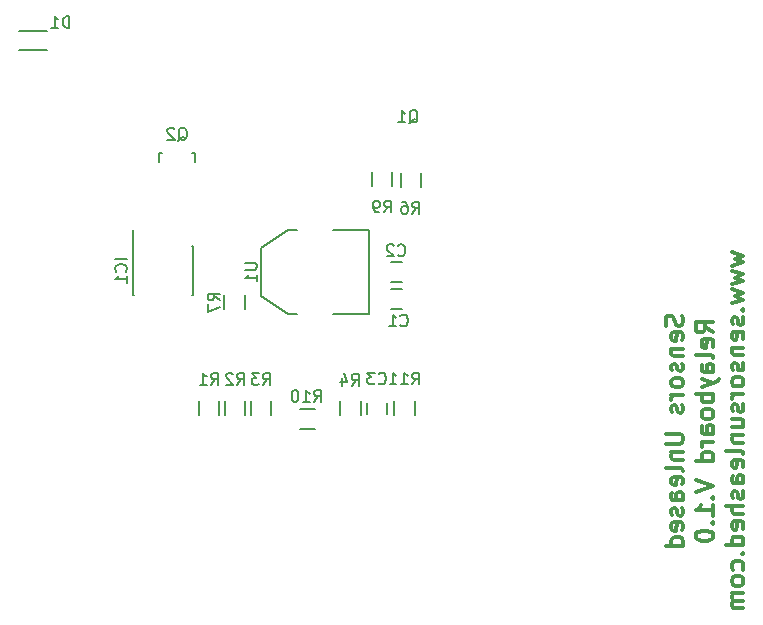
<source format=gbr>
G04 #@! TF.GenerationSoftware,KiCad,Pcbnew,no-vcs-found-7664~57~ubuntu16.10.1*
G04 #@! TF.CreationDate,2017-02-19T10:59:36+01:00*
G04 #@! TF.ProjectId,relayboard,72656C6179626F6172642E6B69636164,rev?*
G04 #@! TF.FileFunction,Legend,Bot*
G04 #@! TF.FilePolarity,Positive*
%FSLAX46Y46*%
G04 Gerber Fmt 4.6, Leading zero omitted, Abs format (unit mm)*
G04 Created by KiCad (PCBNEW no-vcs-found-7664~57~ubuntu16.10.1) date Sun Feb 19 10:59:36 2017*
%MOMM*%
%LPD*%
G01*
G04 APERTURE LIST*
%ADD10C,0.100000*%
%ADD11C,0.300000*%
%ADD12C,0.150000*%
G04 APERTURE END LIST*
D10*
D11*
X158854382Y-88375125D02*
X158925811Y-88589411D01*
X158925811Y-88946554D01*
X158854382Y-89089411D01*
X158782954Y-89160840D01*
X158640097Y-89232268D01*
X158497240Y-89232268D01*
X158354382Y-89160840D01*
X158282954Y-89089411D01*
X158211525Y-88946554D01*
X158140097Y-88660840D01*
X158068668Y-88517982D01*
X157997240Y-88446554D01*
X157854382Y-88375125D01*
X157711525Y-88375125D01*
X157568668Y-88446554D01*
X157497240Y-88517982D01*
X157425811Y-88660840D01*
X157425811Y-89017982D01*
X157497240Y-89232268D01*
X158854382Y-90446554D02*
X158925811Y-90303697D01*
X158925811Y-90017982D01*
X158854382Y-89875125D01*
X158711525Y-89803697D01*
X158140097Y-89803697D01*
X157997240Y-89875125D01*
X157925811Y-90017982D01*
X157925811Y-90303697D01*
X157997240Y-90446554D01*
X158140097Y-90517982D01*
X158282954Y-90517982D01*
X158425811Y-89803697D01*
X157925811Y-91160840D02*
X158925811Y-91160840D01*
X158068668Y-91160840D02*
X157997240Y-91232268D01*
X157925811Y-91375125D01*
X157925811Y-91589411D01*
X157997240Y-91732268D01*
X158140097Y-91803697D01*
X158925811Y-91803697D01*
X158854382Y-92446554D02*
X158925811Y-92589411D01*
X158925811Y-92875125D01*
X158854382Y-93017982D01*
X158711525Y-93089411D01*
X158640097Y-93089411D01*
X158497240Y-93017982D01*
X158425811Y-92875125D01*
X158425811Y-92660840D01*
X158354382Y-92517982D01*
X158211525Y-92446554D01*
X158140097Y-92446554D01*
X157997240Y-92517982D01*
X157925811Y-92660840D01*
X157925811Y-92875125D01*
X157997240Y-93017982D01*
X158925811Y-93946554D02*
X158854382Y-93803697D01*
X158782954Y-93732268D01*
X158640097Y-93660840D01*
X158211525Y-93660840D01*
X158068668Y-93732268D01*
X157997240Y-93803697D01*
X157925811Y-93946554D01*
X157925811Y-94160840D01*
X157997240Y-94303697D01*
X158068668Y-94375125D01*
X158211525Y-94446554D01*
X158640097Y-94446554D01*
X158782954Y-94375125D01*
X158854382Y-94303697D01*
X158925811Y-94160840D01*
X158925811Y-93946554D01*
X158925811Y-95089411D02*
X157925811Y-95089411D01*
X158211525Y-95089411D02*
X158068668Y-95160840D01*
X157997240Y-95232268D01*
X157925811Y-95375125D01*
X157925811Y-95517982D01*
X158854382Y-95946554D02*
X158925811Y-96089411D01*
X158925811Y-96375125D01*
X158854382Y-96517982D01*
X158711525Y-96589411D01*
X158640097Y-96589411D01*
X158497240Y-96517982D01*
X158425811Y-96375125D01*
X158425811Y-96160840D01*
X158354382Y-96017982D01*
X158211525Y-95946554D01*
X158140097Y-95946554D01*
X157997240Y-96017982D01*
X157925811Y-96160840D01*
X157925811Y-96375125D01*
X157997240Y-96517982D01*
X157425811Y-98375125D02*
X158640097Y-98375125D01*
X158782954Y-98446554D01*
X158854382Y-98517982D01*
X158925811Y-98660840D01*
X158925811Y-98946554D01*
X158854382Y-99089411D01*
X158782954Y-99160840D01*
X158640097Y-99232268D01*
X157425811Y-99232268D01*
X157925811Y-99946554D02*
X158925811Y-99946554D01*
X158068668Y-99946554D02*
X157997240Y-100017982D01*
X157925811Y-100160840D01*
X157925811Y-100375125D01*
X157997240Y-100517982D01*
X158140097Y-100589411D01*
X158925811Y-100589411D01*
X158925811Y-101517982D02*
X158854382Y-101375125D01*
X158711525Y-101303697D01*
X157425811Y-101303697D01*
X158854382Y-102660840D02*
X158925811Y-102517982D01*
X158925811Y-102232268D01*
X158854382Y-102089411D01*
X158711525Y-102017982D01*
X158140097Y-102017982D01*
X157997240Y-102089411D01*
X157925811Y-102232268D01*
X157925811Y-102517982D01*
X157997240Y-102660840D01*
X158140097Y-102732268D01*
X158282954Y-102732268D01*
X158425811Y-102017982D01*
X158925811Y-104017982D02*
X158140097Y-104017982D01*
X157997240Y-103946554D01*
X157925811Y-103803697D01*
X157925811Y-103517982D01*
X157997240Y-103375125D01*
X158854382Y-104017982D02*
X158925811Y-103875125D01*
X158925811Y-103517982D01*
X158854382Y-103375125D01*
X158711525Y-103303697D01*
X158568668Y-103303697D01*
X158425811Y-103375125D01*
X158354382Y-103517982D01*
X158354382Y-103875125D01*
X158282954Y-104017982D01*
X158854382Y-104660840D02*
X158925811Y-104803697D01*
X158925811Y-105089411D01*
X158854382Y-105232268D01*
X158711525Y-105303697D01*
X158640097Y-105303697D01*
X158497240Y-105232268D01*
X158425811Y-105089411D01*
X158425811Y-104875125D01*
X158354382Y-104732268D01*
X158211525Y-104660840D01*
X158140097Y-104660840D01*
X157997240Y-104732268D01*
X157925811Y-104875125D01*
X157925811Y-105089411D01*
X157997240Y-105232268D01*
X158854382Y-106517982D02*
X158925811Y-106375125D01*
X158925811Y-106089411D01*
X158854382Y-105946554D01*
X158711525Y-105875125D01*
X158140097Y-105875125D01*
X157997240Y-105946554D01*
X157925811Y-106089411D01*
X157925811Y-106375125D01*
X157997240Y-106517982D01*
X158140097Y-106589411D01*
X158282954Y-106589411D01*
X158425811Y-105875125D01*
X158925811Y-107875125D02*
X157425811Y-107875125D01*
X158854382Y-107875125D02*
X158925811Y-107732268D01*
X158925811Y-107446554D01*
X158854382Y-107303697D01*
X158782954Y-107232268D01*
X158640097Y-107160840D01*
X158211525Y-107160840D01*
X158068668Y-107232268D01*
X157997240Y-107303697D01*
X157925811Y-107446554D01*
X157925811Y-107732268D01*
X157997240Y-107875125D01*
X161475811Y-89803697D02*
X160761525Y-89303697D01*
X161475811Y-88946554D02*
X159975811Y-88946554D01*
X159975811Y-89517982D01*
X160047240Y-89660840D01*
X160118668Y-89732268D01*
X160261525Y-89803697D01*
X160475811Y-89803697D01*
X160618668Y-89732268D01*
X160690097Y-89660840D01*
X160761525Y-89517982D01*
X160761525Y-88946554D01*
X161404382Y-91017982D02*
X161475811Y-90875125D01*
X161475811Y-90589411D01*
X161404382Y-90446554D01*
X161261525Y-90375125D01*
X160690097Y-90375125D01*
X160547240Y-90446554D01*
X160475811Y-90589411D01*
X160475811Y-90875125D01*
X160547240Y-91017982D01*
X160690097Y-91089411D01*
X160832954Y-91089411D01*
X160975811Y-90375125D01*
X161475811Y-91946554D02*
X161404382Y-91803697D01*
X161261525Y-91732268D01*
X159975811Y-91732268D01*
X161475811Y-93160840D02*
X160690097Y-93160840D01*
X160547240Y-93089411D01*
X160475811Y-92946554D01*
X160475811Y-92660840D01*
X160547240Y-92517982D01*
X161404382Y-93160840D02*
X161475811Y-93017982D01*
X161475811Y-92660840D01*
X161404382Y-92517982D01*
X161261525Y-92446554D01*
X161118668Y-92446554D01*
X160975811Y-92517982D01*
X160904382Y-92660840D01*
X160904382Y-93017982D01*
X160832954Y-93160840D01*
X160475811Y-93732268D02*
X161475811Y-94089411D01*
X160475811Y-94446554D02*
X161475811Y-94089411D01*
X161832954Y-93946554D01*
X161904382Y-93875125D01*
X161975811Y-93732268D01*
X161475811Y-95017982D02*
X159975811Y-95017982D01*
X160547240Y-95017982D02*
X160475811Y-95160840D01*
X160475811Y-95446554D01*
X160547240Y-95589411D01*
X160618668Y-95660840D01*
X160761525Y-95732268D01*
X161190097Y-95732268D01*
X161332954Y-95660840D01*
X161404382Y-95589411D01*
X161475811Y-95446554D01*
X161475811Y-95160840D01*
X161404382Y-95017982D01*
X161475811Y-96589411D02*
X161404382Y-96446554D01*
X161332954Y-96375125D01*
X161190097Y-96303697D01*
X160761525Y-96303697D01*
X160618668Y-96375125D01*
X160547240Y-96446554D01*
X160475811Y-96589411D01*
X160475811Y-96803697D01*
X160547240Y-96946554D01*
X160618668Y-97017982D01*
X160761525Y-97089411D01*
X161190097Y-97089411D01*
X161332954Y-97017982D01*
X161404382Y-96946554D01*
X161475811Y-96803697D01*
X161475811Y-96589411D01*
X161475811Y-98375125D02*
X160690097Y-98375125D01*
X160547240Y-98303697D01*
X160475811Y-98160840D01*
X160475811Y-97875125D01*
X160547240Y-97732268D01*
X161404382Y-98375125D02*
X161475811Y-98232268D01*
X161475811Y-97875125D01*
X161404382Y-97732268D01*
X161261525Y-97660840D01*
X161118668Y-97660840D01*
X160975811Y-97732268D01*
X160904382Y-97875125D01*
X160904382Y-98232268D01*
X160832954Y-98375125D01*
X161475811Y-99089411D02*
X160475811Y-99089411D01*
X160761525Y-99089411D02*
X160618668Y-99160840D01*
X160547240Y-99232268D01*
X160475811Y-99375125D01*
X160475811Y-99517982D01*
X161475811Y-100660840D02*
X159975811Y-100660840D01*
X161404382Y-100660840D02*
X161475811Y-100517982D01*
X161475811Y-100232268D01*
X161404382Y-100089411D01*
X161332954Y-100017982D01*
X161190097Y-99946554D01*
X160761525Y-99946554D01*
X160618668Y-100017982D01*
X160547240Y-100089411D01*
X160475811Y-100232268D01*
X160475811Y-100517982D01*
X160547240Y-100660840D01*
X159975811Y-102303697D02*
X161475811Y-102803697D01*
X159975811Y-103303697D01*
X161332954Y-103803697D02*
X161404382Y-103875125D01*
X161475811Y-103803697D01*
X161404382Y-103732268D01*
X161332954Y-103803697D01*
X161475811Y-103803697D01*
X161475811Y-105303697D02*
X161475811Y-104446554D01*
X161475811Y-104875125D02*
X159975811Y-104875125D01*
X160190097Y-104732268D01*
X160332954Y-104589411D01*
X160404382Y-104446554D01*
X161332954Y-105946554D02*
X161404382Y-106017982D01*
X161475811Y-105946554D01*
X161404382Y-105875125D01*
X161332954Y-105946554D01*
X161475811Y-105946554D01*
X159975811Y-106946554D02*
X159975811Y-107089411D01*
X160047240Y-107232268D01*
X160118668Y-107303697D01*
X160261525Y-107375125D01*
X160547240Y-107446554D01*
X160904382Y-107446554D01*
X161190097Y-107375125D01*
X161332954Y-107303697D01*
X161404382Y-107232268D01*
X161475811Y-107089411D01*
X161475811Y-106946554D01*
X161404382Y-106803697D01*
X161332954Y-106732268D01*
X161190097Y-106660840D01*
X160904382Y-106589411D01*
X160547240Y-106589411D01*
X160261525Y-106660840D01*
X160118668Y-106732268D01*
X160047240Y-106803697D01*
X159975811Y-106946554D01*
X163025811Y-83017982D02*
X164025811Y-83303697D01*
X163311525Y-83589411D01*
X164025811Y-83875125D01*
X163025811Y-84160840D01*
X163025811Y-84589411D02*
X164025811Y-84875125D01*
X163311525Y-85160840D01*
X164025811Y-85446554D01*
X163025811Y-85732268D01*
X163025811Y-86160840D02*
X164025811Y-86446554D01*
X163311525Y-86732268D01*
X164025811Y-87017982D01*
X163025811Y-87303697D01*
X163882954Y-87875125D02*
X163954382Y-87946554D01*
X164025811Y-87875125D01*
X163954382Y-87803697D01*
X163882954Y-87875125D01*
X164025811Y-87875125D01*
X163954382Y-88517982D02*
X164025811Y-88660840D01*
X164025811Y-88946554D01*
X163954382Y-89089411D01*
X163811525Y-89160840D01*
X163740097Y-89160840D01*
X163597240Y-89089411D01*
X163525811Y-88946554D01*
X163525811Y-88732268D01*
X163454382Y-88589411D01*
X163311525Y-88517982D01*
X163240097Y-88517982D01*
X163097240Y-88589411D01*
X163025811Y-88732268D01*
X163025811Y-88946554D01*
X163097240Y-89089411D01*
X163954382Y-90375125D02*
X164025811Y-90232268D01*
X164025811Y-89946554D01*
X163954382Y-89803697D01*
X163811525Y-89732268D01*
X163240097Y-89732268D01*
X163097240Y-89803697D01*
X163025811Y-89946554D01*
X163025811Y-90232268D01*
X163097240Y-90375125D01*
X163240097Y-90446554D01*
X163382954Y-90446554D01*
X163525811Y-89732268D01*
X163025811Y-91089411D02*
X164025811Y-91089411D01*
X163168668Y-91089411D02*
X163097240Y-91160840D01*
X163025811Y-91303697D01*
X163025811Y-91517982D01*
X163097240Y-91660840D01*
X163240097Y-91732268D01*
X164025811Y-91732268D01*
X163954382Y-92375125D02*
X164025811Y-92517982D01*
X164025811Y-92803697D01*
X163954382Y-92946554D01*
X163811525Y-93017982D01*
X163740097Y-93017982D01*
X163597240Y-92946554D01*
X163525811Y-92803697D01*
X163525811Y-92589411D01*
X163454382Y-92446554D01*
X163311525Y-92375125D01*
X163240097Y-92375125D01*
X163097240Y-92446554D01*
X163025811Y-92589411D01*
X163025811Y-92803697D01*
X163097240Y-92946554D01*
X164025811Y-93875125D02*
X163954382Y-93732268D01*
X163882954Y-93660840D01*
X163740097Y-93589411D01*
X163311525Y-93589411D01*
X163168668Y-93660840D01*
X163097240Y-93732268D01*
X163025811Y-93875125D01*
X163025811Y-94089411D01*
X163097240Y-94232268D01*
X163168668Y-94303697D01*
X163311525Y-94375125D01*
X163740097Y-94375125D01*
X163882954Y-94303697D01*
X163954382Y-94232268D01*
X164025811Y-94089411D01*
X164025811Y-93875125D01*
X164025811Y-95017982D02*
X163025811Y-95017982D01*
X163311525Y-95017982D02*
X163168668Y-95089411D01*
X163097240Y-95160840D01*
X163025811Y-95303697D01*
X163025811Y-95446554D01*
X163954382Y-95875125D02*
X164025811Y-96017982D01*
X164025811Y-96303697D01*
X163954382Y-96446554D01*
X163811525Y-96517982D01*
X163740097Y-96517982D01*
X163597240Y-96446554D01*
X163525811Y-96303697D01*
X163525811Y-96089411D01*
X163454382Y-95946554D01*
X163311525Y-95875125D01*
X163240097Y-95875125D01*
X163097240Y-95946554D01*
X163025811Y-96089411D01*
X163025811Y-96303697D01*
X163097240Y-96446554D01*
X163025811Y-97803697D02*
X164025811Y-97803697D01*
X163025811Y-97160840D02*
X163811525Y-97160840D01*
X163954382Y-97232268D01*
X164025811Y-97375125D01*
X164025811Y-97589411D01*
X163954382Y-97732268D01*
X163882954Y-97803697D01*
X163025811Y-98517982D02*
X164025811Y-98517982D01*
X163168668Y-98517982D02*
X163097240Y-98589411D01*
X163025811Y-98732268D01*
X163025811Y-98946554D01*
X163097240Y-99089411D01*
X163240097Y-99160840D01*
X164025811Y-99160840D01*
X164025811Y-100089411D02*
X163954382Y-99946554D01*
X163811525Y-99875125D01*
X162525811Y-99875125D01*
X163954382Y-101232268D02*
X164025811Y-101089411D01*
X164025811Y-100803697D01*
X163954382Y-100660840D01*
X163811525Y-100589411D01*
X163240097Y-100589411D01*
X163097240Y-100660840D01*
X163025811Y-100803697D01*
X163025811Y-101089411D01*
X163097240Y-101232268D01*
X163240097Y-101303697D01*
X163382954Y-101303697D01*
X163525811Y-100589411D01*
X164025811Y-102589411D02*
X163240097Y-102589411D01*
X163097240Y-102517982D01*
X163025811Y-102375125D01*
X163025811Y-102089411D01*
X163097240Y-101946554D01*
X163954382Y-102589411D02*
X164025811Y-102446554D01*
X164025811Y-102089411D01*
X163954382Y-101946554D01*
X163811525Y-101875125D01*
X163668668Y-101875125D01*
X163525811Y-101946554D01*
X163454382Y-102089411D01*
X163454382Y-102446554D01*
X163382954Y-102589411D01*
X163954382Y-103232268D02*
X164025811Y-103375125D01*
X164025811Y-103660840D01*
X163954382Y-103803697D01*
X163811525Y-103875125D01*
X163740097Y-103875125D01*
X163597240Y-103803697D01*
X163525811Y-103660840D01*
X163525811Y-103446554D01*
X163454382Y-103303697D01*
X163311525Y-103232268D01*
X163240097Y-103232268D01*
X163097240Y-103303697D01*
X163025811Y-103446554D01*
X163025811Y-103660840D01*
X163097240Y-103803697D01*
X164025811Y-104517982D02*
X162525811Y-104517982D01*
X164025811Y-105160840D02*
X163240097Y-105160840D01*
X163097240Y-105089411D01*
X163025811Y-104946554D01*
X163025811Y-104732268D01*
X163097240Y-104589411D01*
X163168668Y-104517982D01*
X163954382Y-106446554D02*
X164025811Y-106303697D01*
X164025811Y-106017982D01*
X163954382Y-105875125D01*
X163811525Y-105803697D01*
X163240097Y-105803697D01*
X163097240Y-105875125D01*
X163025811Y-106017982D01*
X163025811Y-106303697D01*
X163097240Y-106446554D01*
X163240097Y-106517982D01*
X163382954Y-106517982D01*
X163525811Y-105803697D01*
X164025811Y-107803697D02*
X162525811Y-107803697D01*
X163954382Y-107803697D02*
X164025811Y-107660840D01*
X164025811Y-107375125D01*
X163954382Y-107232268D01*
X163882954Y-107160840D01*
X163740097Y-107089411D01*
X163311525Y-107089411D01*
X163168668Y-107160840D01*
X163097240Y-107232268D01*
X163025811Y-107375125D01*
X163025811Y-107660840D01*
X163097240Y-107803697D01*
X163882954Y-108517982D02*
X163954382Y-108589411D01*
X164025811Y-108517982D01*
X163954382Y-108446554D01*
X163882954Y-108517982D01*
X164025811Y-108517982D01*
X163954382Y-109875125D02*
X164025811Y-109732268D01*
X164025811Y-109446554D01*
X163954382Y-109303697D01*
X163882954Y-109232268D01*
X163740097Y-109160840D01*
X163311525Y-109160840D01*
X163168668Y-109232268D01*
X163097240Y-109303697D01*
X163025811Y-109446554D01*
X163025811Y-109732268D01*
X163097240Y-109875125D01*
X164025811Y-110732268D02*
X163954382Y-110589411D01*
X163882954Y-110517982D01*
X163740097Y-110446554D01*
X163311525Y-110446554D01*
X163168668Y-110517982D01*
X163097240Y-110589411D01*
X163025811Y-110732268D01*
X163025811Y-110946554D01*
X163097240Y-111089411D01*
X163168668Y-111160840D01*
X163311525Y-111232268D01*
X163740097Y-111232268D01*
X163882954Y-111160840D01*
X163954382Y-111089411D01*
X164025811Y-110946554D01*
X164025811Y-110732268D01*
X164025811Y-111875125D02*
X163025811Y-111875125D01*
X163168668Y-111875125D02*
X163097240Y-111946554D01*
X163025811Y-112089411D01*
X163025811Y-112303697D01*
X163097240Y-112446554D01*
X163240097Y-112517982D01*
X164025811Y-112517982D01*
X163240097Y-112517982D02*
X163097240Y-112589411D01*
X163025811Y-112732268D01*
X163025811Y-112946554D01*
X163097240Y-113089411D01*
X163240097Y-113160840D01*
X164025811Y-113160840D01*
D12*
X136216360Y-96799960D02*
X136216360Y-95599960D01*
X134466360Y-95599960D02*
X134466360Y-96799960D01*
X127711760Y-96259680D02*
X126511760Y-96259680D01*
X126511760Y-98009680D02*
X127711760Y-98009680D01*
X112349040Y-82496840D02*
X112349040Y-81096840D01*
X117449040Y-82496840D02*
X117449040Y-86646840D01*
X112299040Y-82496840D02*
X112299040Y-86646840D01*
X117449040Y-82496840D02*
X117304040Y-82496840D01*
X117449040Y-86646840D02*
X117304040Y-86646840D01*
X112299040Y-86646840D02*
X112444040Y-86646840D01*
X112299040Y-82496840D02*
X112349040Y-82496840D01*
X135150480Y-87809440D02*
X134150480Y-87809440D01*
X134150480Y-86109440D02*
X135150480Y-86109440D01*
X134149720Y-83828520D02*
X135149720Y-83828520D01*
X135149720Y-85528520D02*
X134149720Y-85528520D01*
X133854560Y-95745680D02*
X133854560Y-96745680D01*
X132154560Y-96745680D02*
X132154560Y-95745680D01*
X102692680Y-65900200D02*
X105092680Y-65900200D01*
X102692680Y-64300200D02*
X105092680Y-64300200D01*
X114568020Y-74630280D02*
X114568020Y-75331320D01*
X114768680Y-74630280D02*
X114568020Y-74630280D01*
X117567660Y-74630280D02*
X117318740Y-74630280D01*
X117567660Y-75331320D02*
X117567660Y-74630280D01*
X114768680Y-74630280D02*
X114816940Y-74630280D01*
X117890320Y-95605040D02*
X117890320Y-96805040D01*
X119640320Y-96805040D02*
X119640320Y-95605040D01*
X121850120Y-96794880D02*
X121850120Y-95594880D01*
X120100120Y-95594880D02*
X120100120Y-96794880D01*
X124059920Y-96794880D02*
X124059920Y-95594880D01*
X122309920Y-95594880D02*
X122309920Y-96794880D01*
X129889280Y-95599960D02*
X129889280Y-96799960D01*
X131639280Y-96799960D02*
X131639280Y-95599960D01*
X134989600Y-76280720D02*
X134989600Y-77480720D01*
X136739600Y-77480720D02*
X136739600Y-76280720D01*
X120034080Y-86643880D02*
X120034080Y-87843880D01*
X121784080Y-87843880D02*
X121784080Y-86643880D01*
X132541040Y-76240080D02*
X132541040Y-77440080D01*
X134291040Y-77440080D02*
X134291040Y-76240080D01*
X125435360Y-88234520D02*
X126197360Y-88234520D01*
X123149360Y-86710520D02*
X125435360Y-88234520D01*
X123149360Y-82646520D02*
X123149360Y-86710520D01*
X125435360Y-81122520D02*
X123149360Y-82646520D01*
X126197360Y-81122520D02*
X125435360Y-81122520D01*
X132293360Y-88234520D02*
X129245360Y-88234520D01*
X132293360Y-81122520D02*
X132293360Y-88234520D01*
X129245360Y-81122520D02*
X132293360Y-81122520D01*
X135979137Y-94198700D02*
X136312470Y-93722510D01*
X136550565Y-94198700D02*
X136550565Y-93198700D01*
X136169613Y-93198700D01*
X136074375Y-93246320D01*
X136026756Y-93293939D01*
X135979137Y-93389177D01*
X135979137Y-93532034D01*
X136026756Y-93627272D01*
X136074375Y-93674891D01*
X136169613Y-93722510D01*
X136550565Y-93722510D01*
X135026756Y-94198700D02*
X135598184Y-94198700D01*
X135312470Y-94198700D02*
X135312470Y-93198700D01*
X135407708Y-93341558D01*
X135502946Y-93436796D01*
X135598184Y-93484415D01*
X134074375Y-94198700D02*
X134645803Y-94198700D01*
X134360089Y-94198700D02*
X134360089Y-93198700D01*
X134455327Y-93341558D01*
X134550565Y-93436796D01*
X134645803Y-93484415D01*
X127678417Y-95687140D02*
X128011750Y-95210950D01*
X128249845Y-95687140D02*
X128249845Y-94687140D01*
X127868893Y-94687140D01*
X127773655Y-94734760D01*
X127726036Y-94782379D01*
X127678417Y-94877617D01*
X127678417Y-95020474D01*
X127726036Y-95115712D01*
X127773655Y-95163331D01*
X127868893Y-95210950D01*
X128249845Y-95210950D01*
X126726036Y-95687140D02*
X127297464Y-95687140D01*
X127011750Y-95687140D02*
X127011750Y-94687140D01*
X127106988Y-94829998D01*
X127202226Y-94925236D01*
X127297464Y-94972855D01*
X126106988Y-94687140D02*
X126011750Y-94687140D01*
X125916512Y-94734760D01*
X125868893Y-94782379D01*
X125821274Y-94877617D01*
X125773655Y-95068093D01*
X125773655Y-95306188D01*
X125821274Y-95496664D01*
X125868893Y-95591902D01*
X125916512Y-95639521D01*
X126011750Y-95687140D01*
X126106988Y-95687140D01*
X126202226Y-95639521D01*
X126249845Y-95591902D01*
X126297464Y-95496664D01*
X126345083Y-95306188D01*
X126345083Y-95068093D01*
X126297464Y-94877617D01*
X126249845Y-94782379D01*
X126202226Y-94734760D01*
X126106988Y-94687140D01*
X111826420Y-83595649D02*
X110826420Y-83595649D01*
X111731182Y-84643268D02*
X111778801Y-84595649D01*
X111826420Y-84452792D01*
X111826420Y-84357554D01*
X111778801Y-84214697D01*
X111683563Y-84119459D01*
X111588325Y-84071840D01*
X111397849Y-84024220D01*
X111254992Y-84024220D01*
X111064516Y-84071840D01*
X110969278Y-84119459D01*
X110874040Y-84214697D01*
X110826420Y-84357554D01*
X110826420Y-84452792D01*
X110874040Y-84595649D01*
X110921659Y-84643268D01*
X111826420Y-85595649D02*
X111826420Y-85024220D01*
X111826420Y-85309935D02*
X110826420Y-85309935D01*
X110969278Y-85214697D01*
X111064516Y-85119459D01*
X111112135Y-85024220D01*
X134984786Y-89196182D02*
X135032405Y-89243801D01*
X135175262Y-89291420D01*
X135270500Y-89291420D01*
X135413358Y-89243801D01*
X135508596Y-89148563D01*
X135556215Y-89053325D01*
X135603834Y-88862849D01*
X135603834Y-88719992D01*
X135556215Y-88529516D01*
X135508596Y-88434278D01*
X135413358Y-88339040D01*
X135270500Y-88291420D01*
X135175262Y-88291420D01*
X135032405Y-88339040D01*
X134984786Y-88386659D01*
X134032405Y-89291420D02*
X134603834Y-89291420D01*
X134318120Y-89291420D02*
X134318120Y-88291420D01*
X134413358Y-88434278D01*
X134508596Y-88529516D01*
X134603834Y-88577135D01*
X134776506Y-83257662D02*
X134824125Y-83305281D01*
X134966982Y-83352900D01*
X135062220Y-83352900D01*
X135205078Y-83305281D01*
X135300316Y-83210043D01*
X135347935Y-83114805D01*
X135395554Y-82924329D01*
X135395554Y-82781472D01*
X135347935Y-82590996D01*
X135300316Y-82495758D01*
X135205078Y-82400520D01*
X135062220Y-82352900D01*
X134966982Y-82352900D01*
X134824125Y-82400520D01*
X134776506Y-82448139D01*
X134395554Y-82448139D02*
X134347935Y-82400520D01*
X134252697Y-82352900D01*
X134014601Y-82352900D01*
X133919363Y-82400520D01*
X133871744Y-82448139D01*
X133824125Y-82543377D01*
X133824125Y-82638615D01*
X133871744Y-82781472D01*
X134443173Y-83352900D01*
X133824125Y-83352900D01*
X133135666Y-94103462D02*
X133183285Y-94151081D01*
X133326142Y-94198700D01*
X133421380Y-94198700D01*
X133564238Y-94151081D01*
X133659476Y-94055843D01*
X133707095Y-93960605D01*
X133754714Y-93770129D01*
X133754714Y-93627272D01*
X133707095Y-93436796D01*
X133659476Y-93341558D01*
X133564238Y-93246320D01*
X133421380Y-93198700D01*
X133326142Y-93198700D01*
X133183285Y-93246320D01*
X133135666Y-93293939D01*
X132802333Y-93198700D02*
X132183285Y-93198700D01*
X132516619Y-93579653D01*
X132373761Y-93579653D01*
X132278523Y-93627272D01*
X132230904Y-93674891D01*
X132183285Y-93770129D01*
X132183285Y-94008224D01*
X132230904Y-94103462D01*
X132278523Y-94151081D01*
X132373761Y-94198700D01*
X132659476Y-94198700D01*
X132754714Y-94151081D01*
X132802333Y-94103462D01*
X106955815Y-64008260D02*
X106955815Y-63008260D01*
X106717720Y-63008260D01*
X106574862Y-63055880D01*
X106479624Y-63151118D01*
X106432005Y-63246356D01*
X106384386Y-63436832D01*
X106384386Y-63579689D01*
X106432005Y-63770165D01*
X106479624Y-63865403D01*
X106574862Y-63960641D01*
X106717720Y-64008260D01*
X106955815Y-64008260D01*
X105432005Y-64008260D02*
X106003434Y-64008260D01*
X105717720Y-64008260D02*
X105717720Y-63008260D01*
X105812958Y-63151118D01*
X105908196Y-63246356D01*
X106003434Y-63293975D01*
X135710918Y-72099419D02*
X135806156Y-72051800D01*
X135901394Y-71956561D01*
X136044251Y-71813704D01*
X136139489Y-71766085D01*
X136234727Y-71766085D01*
X136187108Y-72004180D02*
X136282346Y-71956561D01*
X136377584Y-71861323D01*
X136425203Y-71670847D01*
X136425203Y-71337514D01*
X136377584Y-71147038D01*
X136282346Y-71051800D01*
X136187108Y-71004180D01*
X135996632Y-71004180D01*
X135901394Y-71051800D01*
X135806156Y-71147038D01*
X135758537Y-71337514D01*
X135758537Y-71670847D01*
X135806156Y-71861323D01*
X135901394Y-71956561D01*
X135996632Y-72004180D01*
X136187108Y-72004180D01*
X134806156Y-72004180D02*
X135377584Y-72004180D01*
X135091870Y-72004180D02*
X135091870Y-71004180D01*
X135187108Y-71147038D01*
X135282346Y-71242276D01*
X135377584Y-71289895D01*
X116163078Y-73578139D02*
X116258316Y-73530520D01*
X116353554Y-73435281D01*
X116496411Y-73292424D01*
X116591649Y-73244805D01*
X116686887Y-73244805D01*
X116639268Y-73482900D02*
X116734506Y-73435281D01*
X116829744Y-73340043D01*
X116877363Y-73149567D01*
X116877363Y-72816234D01*
X116829744Y-72625758D01*
X116734506Y-72530520D01*
X116639268Y-72482900D01*
X116448792Y-72482900D01*
X116353554Y-72530520D01*
X116258316Y-72625758D01*
X116210697Y-72816234D01*
X116210697Y-73149567D01*
X116258316Y-73340043D01*
X116353554Y-73435281D01*
X116448792Y-73482900D01*
X116639268Y-73482900D01*
X115829744Y-72578139D02*
X115782125Y-72530520D01*
X115686887Y-72482900D01*
X115448792Y-72482900D01*
X115353554Y-72530520D01*
X115305935Y-72578139D01*
X115258316Y-72673377D01*
X115258316Y-72768615D01*
X115305935Y-72911472D01*
X115877363Y-73482900D01*
X115258316Y-73482900D01*
X118952306Y-94234260D02*
X119285640Y-93758070D01*
X119523735Y-94234260D02*
X119523735Y-93234260D01*
X119142782Y-93234260D01*
X119047544Y-93281880D01*
X118999925Y-93329499D01*
X118952306Y-93424737D01*
X118952306Y-93567594D01*
X118999925Y-93662832D01*
X119047544Y-93710451D01*
X119142782Y-93758070D01*
X119523735Y-93758070D01*
X117999925Y-94234260D02*
X118571354Y-94234260D01*
X118285640Y-94234260D02*
X118285640Y-93234260D01*
X118380878Y-93377118D01*
X118476116Y-93472356D01*
X118571354Y-93519975D01*
X121162106Y-94244420D02*
X121495440Y-93768230D01*
X121733535Y-94244420D02*
X121733535Y-93244420D01*
X121352582Y-93244420D01*
X121257344Y-93292040D01*
X121209725Y-93339659D01*
X121162106Y-93434897D01*
X121162106Y-93577754D01*
X121209725Y-93672992D01*
X121257344Y-93720611D01*
X121352582Y-93768230D01*
X121733535Y-93768230D01*
X120781154Y-93339659D02*
X120733535Y-93292040D01*
X120638297Y-93244420D01*
X120400201Y-93244420D01*
X120304963Y-93292040D01*
X120257344Y-93339659D01*
X120209725Y-93434897D01*
X120209725Y-93530135D01*
X120257344Y-93672992D01*
X120828773Y-94244420D01*
X120209725Y-94244420D01*
X123331266Y-94244420D02*
X123664600Y-93768230D01*
X123902695Y-94244420D02*
X123902695Y-93244420D01*
X123521742Y-93244420D01*
X123426504Y-93292040D01*
X123378885Y-93339659D01*
X123331266Y-93434897D01*
X123331266Y-93577754D01*
X123378885Y-93672992D01*
X123426504Y-93720611D01*
X123521742Y-93768230D01*
X123902695Y-93768230D01*
X122997933Y-93244420D02*
X122378885Y-93244420D01*
X122712219Y-93625373D01*
X122569361Y-93625373D01*
X122474123Y-93672992D01*
X122426504Y-93720611D01*
X122378885Y-93815849D01*
X122378885Y-94053944D01*
X122426504Y-94149182D01*
X122474123Y-94196801D01*
X122569361Y-94244420D01*
X122855076Y-94244420D01*
X122950314Y-94196801D01*
X122997933Y-94149182D01*
X130859826Y-94312340D02*
X131193160Y-93836150D01*
X131431255Y-94312340D02*
X131431255Y-93312340D01*
X131050302Y-93312340D01*
X130955064Y-93359960D01*
X130907445Y-93407579D01*
X130859826Y-93502817D01*
X130859826Y-93645674D01*
X130907445Y-93740912D01*
X130955064Y-93788531D01*
X131050302Y-93836150D01*
X131431255Y-93836150D01*
X130002683Y-93645674D02*
X130002683Y-94312340D01*
X130240779Y-93264721D02*
X130478874Y-93979007D01*
X129859826Y-93979007D01*
X135995706Y-79746100D02*
X136329040Y-79269910D01*
X136567135Y-79746100D02*
X136567135Y-78746100D01*
X136186182Y-78746100D01*
X136090944Y-78793720D01*
X136043325Y-78841339D01*
X135995706Y-78936577D01*
X135995706Y-79079434D01*
X136043325Y-79174672D01*
X136090944Y-79222291D01*
X136186182Y-79269910D01*
X136567135Y-79269910D01*
X135138563Y-78746100D02*
X135329040Y-78746100D01*
X135424278Y-78793720D01*
X135471897Y-78841339D01*
X135567135Y-78984196D01*
X135614754Y-79174672D01*
X135614754Y-79555624D01*
X135567135Y-79650862D01*
X135519516Y-79698481D01*
X135424278Y-79746100D01*
X135233801Y-79746100D01*
X135138563Y-79698481D01*
X135090944Y-79650862D01*
X135043325Y-79555624D01*
X135043325Y-79317529D01*
X135090944Y-79222291D01*
X135138563Y-79174672D01*
X135233801Y-79127053D01*
X135424278Y-79127053D01*
X135519516Y-79174672D01*
X135567135Y-79222291D01*
X135614754Y-79317529D01*
X119665460Y-87077213D02*
X119189270Y-86743880D01*
X119665460Y-86505784D02*
X118665460Y-86505784D01*
X118665460Y-86886737D01*
X118713080Y-86981975D01*
X118760699Y-87029594D01*
X118855937Y-87077213D01*
X118998794Y-87077213D01*
X119094032Y-87029594D01*
X119141651Y-86981975D01*
X119189270Y-86886737D01*
X119189270Y-86505784D01*
X118665460Y-87410546D02*
X118665460Y-88077213D01*
X119665460Y-87648641D01*
X133608106Y-79639420D02*
X133941440Y-79163230D01*
X134179535Y-79639420D02*
X134179535Y-78639420D01*
X133798582Y-78639420D01*
X133703344Y-78687040D01*
X133655725Y-78734659D01*
X133608106Y-78829897D01*
X133608106Y-78972754D01*
X133655725Y-79067992D01*
X133703344Y-79115611D01*
X133798582Y-79163230D01*
X134179535Y-79163230D01*
X133131916Y-79639420D02*
X132941440Y-79639420D01*
X132846201Y-79591801D01*
X132798582Y-79544182D01*
X132703344Y-79401325D01*
X132655725Y-79210849D01*
X132655725Y-78829897D01*
X132703344Y-78734659D01*
X132750963Y-78687040D01*
X132846201Y-78639420D01*
X133036678Y-78639420D01*
X133131916Y-78687040D01*
X133179535Y-78734659D01*
X133227154Y-78829897D01*
X133227154Y-79067992D01*
X133179535Y-79163230D01*
X133131916Y-79210849D01*
X133036678Y-79258468D01*
X132846201Y-79258468D01*
X132750963Y-79210849D01*
X132703344Y-79163230D01*
X132655725Y-79067992D01*
X121817740Y-83904615D02*
X122627264Y-83904615D01*
X122722502Y-83952234D01*
X122770121Y-83999853D01*
X122817740Y-84095091D01*
X122817740Y-84285567D01*
X122770121Y-84380805D01*
X122722502Y-84428424D01*
X122627264Y-84476043D01*
X121817740Y-84476043D01*
X122817740Y-85476043D02*
X122817740Y-84904615D01*
X122817740Y-85190329D02*
X121817740Y-85190329D01*
X121960598Y-85095091D01*
X122055836Y-84999853D01*
X122103455Y-84904615D01*
M02*

</source>
